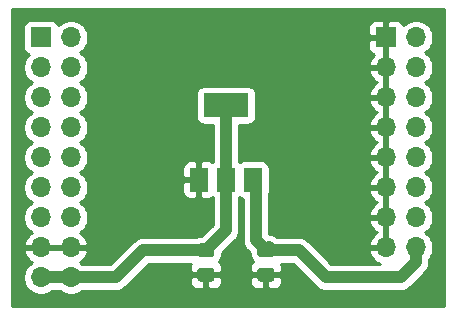
<source format=gtl>
G04 #@! TF.GenerationSoftware,KiCad,Pcbnew,(5.1.9-0-10_14)*
G04 #@! TF.CreationDate,2021-05-15T14:25:56+02:00*
G04 #@! TF.ProjectId,Aurora_DSP_I2S_Extender,4175726f-7261-45f4-9453-505f4932535f,1*
G04 #@! TF.SameCoordinates,Original*
G04 #@! TF.FileFunction,Copper,L1,Top*
G04 #@! TF.FilePolarity,Positive*
%FSLAX46Y46*%
G04 Gerber Fmt 4.6, Leading zero omitted, Abs format (unit mm)*
G04 Created by KiCad (PCBNEW (5.1.9-0-10_14)) date 2021-05-15 14:25:56*
%MOMM*%
%LPD*%
G01*
G04 APERTURE LIST*
G04 #@! TA.AperFunction,SMDPad,CuDef*
%ADD10R,1.500000X2.000000*%
G04 #@! TD*
G04 #@! TA.AperFunction,SMDPad,CuDef*
%ADD11R,3.800000X2.000000*%
G04 #@! TD*
G04 #@! TA.AperFunction,ComponentPad*
%ADD12R,1.700000X1.700000*%
G04 #@! TD*
G04 #@! TA.AperFunction,ComponentPad*
%ADD13O,1.700000X1.700000*%
G04 #@! TD*
G04 #@! TA.AperFunction,Conductor*
%ADD14C,1.000000*%
G04 #@! TD*
G04 #@! TA.AperFunction,Conductor*
%ADD15C,0.254000*%
G04 #@! TD*
G04 #@! TA.AperFunction,Conductor*
%ADD16C,0.152400*%
G04 #@! TD*
G04 APERTURE END LIST*
D10*
X-8215000Y8280000D03*
X-3615000Y8280000D03*
X-5915000Y8280000D03*
D11*
X-5915000Y14580000D03*
G04 #@! TA.AperFunction,SMDPad,CuDef*
G36*
G01*
X-2065000Y1720000D02*
X-3015000Y1720000D01*
G75*
G02*
X-3265000Y1970000I0J250000D01*
G01*
X-3265000Y2645000D01*
G75*
G02*
X-3015000Y2895000I250000J0D01*
G01*
X-2065000Y2895000D01*
G75*
G02*
X-1815000Y2645000I0J-250000D01*
G01*
X-1815000Y1970000D01*
G75*
G02*
X-2065000Y1720000I-250000J0D01*
G01*
G37*
G04 #@! TD.AperFunction*
G04 #@! TA.AperFunction,SMDPad,CuDef*
G36*
G01*
X-2065000Y-355000D02*
X-3015000Y-355000D01*
G75*
G02*
X-3265000Y-105000I0J250000D01*
G01*
X-3265000Y570000D01*
G75*
G02*
X-3015000Y820000I250000J0D01*
G01*
X-2065000Y820000D01*
G75*
G02*
X-1815000Y570000I0J-250000D01*
G01*
X-1815000Y-105000D01*
G75*
G02*
X-2065000Y-355000I-250000J0D01*
G01*
G37*
G04 #@! TD.AperFunction*
G04 #@! TA.AperFunction,SMDPad,CuDef*
G36*
G01*
X-7145000Y-355000D02*
X-8095000Y-355000D01*
G75*
G02*
X-8345000Y-105000I0J250000D01*
G01*
X-8345000Y570000D01*
G75*
G02*
X-8095000Y820000I250000J0D01*
G01*
X-7145000Y820000D01*
G75*
G02*
X-6895000Y570000I0J-250000D01*
G01*
X-6895000Y-105000D01*
G75*
G02*
X-7145000Y-355000I-250000J0D01*
G01*
G37*
G04 #@! TD.AperFunction*
G04 #@! TA.AperFunction,SMDPad,CuDef*
G36*
G01*
X-7145000Y1720000D02*
X-8095000Y1720000D01*
G75*
G02*
X-8345000Y1970000I0J250000D01*
G01*
X-8345000Y2645000D01*
G75*
G02*
X-8095000Y2895000I250000J0D01*
G01*
X-7145000Y2895000D01*
G75*
G02*
X-6895000Y2645000I0J-250000D01*
G01*
X-6895000Y1970000D01*
G75*
G02*
X-7145000Y1720000I-250000J0D01*
G01*
G37*
G04 #@! TD.AperFunction*
D12*
X7620000Y20320000D03*
D13*
X10160000Y20320000D03*
X7620000Y17780000D03*
X10160000Y17780000D03*
X7620000Y15240000D03*
X10160000Y15240000D03*
X7620000Y12700000D03*
X10160000Y12700000D03*
X7620000Y10160000D03*
X10160000Y10160000D03*
X7620000Y7620000D03*
X10160000Y7620000D03*
X7620000Y5080000D03*
X10160000Y5080000D03*
X7620000Y2540000D03*
X10160000Y2540000D03*
D12*
X-21590000Y20320000D03*
D13*
X-19050000Y20320000D03*
X-21590000Y17780000D03*
X-19050000Y17780000D03*
X-21590000Y15240000D03*
X-19050000Y15240000D03*
X-21590000Y12700000D03*
X-19050000Y12700000D03*
X-21590000Y10160000D03*
X-19050000Y10160000D03*
X-21590000Y7620000D03*
X-19050000Y7620000D03*
X-21590000Y5080000D03*
X-19050000Y5080000D03*
X-21590000Y2540000D03*
X-19050000Y2540000D03*
X-21590000Y0D03*
X-19050000Y0D03*
D14*
X-2307500Y2540000D02*
X-2540000Y2307500D01*
X-3375000Y3142500D02*
X-2540000Y2307500D01*
X-3375000Y8195000D02*
X-3375000Y3142500D01*
X10160000Y2540000D02*
X10160000Y1270000D01*
X10160000Y1270000D02*
X8890000Y0D01*
X8890000Y0D02*
X2540000Y0D01*
X232500Y2307500D02*
X-2540000Y2307500D01*
X2540000Y0D02*
X232500Y2307500D01*
X-5915000Y4012500D02*
X-7620000Y2307500D01*
X-5915000Y8195000D02*
X-5915000Y4012500D01*
X-7620000Y2307500D02*
X-12932500Y2307500D01*
X-12932500Y2307500D02*
X-15240000Y0D01*
X-15240000Y0D02*
X-19050000Y0D01*
X-19050000Y0D02*
X-21590000Y0D01*
X-5915000Y8280000D02*
X-5915000Y14580000D01*
D15*
X12573000Y-2413000D02*
X-24003000Y-2413000D01*
X-24003000Y146260D01*
X-23075000Y146260D01*
X-23075000Y-146260D01*
X-23017932Y-433158D01*
X-22905990Y-703411D01*
X-22743475Y-946632D01*
X-22536632Y-1153475D01*
X-22293411Y-1315990D01*
X-22023158Y-1427932D01*
X-21736260Y-1485000D01*
X-21443740Y-1485000D01*
X-21156842Y-1427932D01*
X-20886589Y-1315990D01*
X-20643368Y-1153475D01*
X-20624893Y-1135000D01*
X-20015107Y-1135000D01*
X-19996632Y-1153475D01*
X-19753411Y-1315990D01*
X-19483158Y-1427932D01*
X-19196260Y-1485000D01*
X-18903740Y-1485000D01*
X-18616842Y-1427932D01*
X-18346589Y-1315990D01*
X-18103368Y-1153475D01*
X-18084893Y-1135000D01*
X-15295751Y-1135000D01*
X-15240000Y-1140491D01*
X-15184249Y-1135000D01*
X-15184248Y-1135000D01*
X-15017501Y-1118577D01*
X-14803553Y-1053676D01*
X-14606377Y-948284D01*
X-14433551Y-806449D01*
X-14398004Y-763135D01*
X-13989869Y-355000D01*
X-8983072Y-355000D01*
X-8970812Y-479482D01*
X-8934502Y-599180D01*
X-8875537Y-709494D01*
X-8796185Y-806185D01*
X-8699494Y-885537D01*
X-8589180Y-944502D01*
X-8469482Y-980812D01*
X-8345000Y-993072D01*
X-7905750Y-990000D01*
X-7747000Y-831250D01*
X-7747000Y105500D01*
X-7493000Y105500D01*
X-7493000Y-831250D01*
X-7334250Y-990000D01*
X-6895000Y-993072D01*
X-6770518Y-980812D01*
X-6650820Y-944502D01*
X-6540506Y-885537D01*
X-6443815Y-806185D01*
X-6364463Y-709494D01*
X-6305498Y-599180D01*
X-6269188Y-479482D01*
X-6256928Y-355000D01*
X-3903072Y-355000D01*
X-3890812Y-479482D01*
X-3854502Y-599180D01*
X-3795537Y-709494D01*
X-3716185Y-806185D01*
X-3619494Y-885537D01*
X-3509180Y-944502D01*
X-3389482Y-980812D01*
X-3265000Y-993072D01*
X-2825750Y-990000D01*
X-2667000Y-831250D01*
X-2667000Y105500D01*
X-2413000Y105500D01*
X-2413000Y-831250D01*
X-2254250Y-990000D01*
X-1815000Y-993072D01*
X-1690518Y-980812D01*
X-1570820Y-944502D01*
X-1460506Y-885537D01*
X-1363815Y-806185D01*
X-1284463Y-709494D01*
X-1225498Y-599180D01*
X-1189188Y-479482D01*
X-1176928Y-355000D01*
X-1180000Y-53250D01*
X-1338750Y105500D01*
X-2413000Y105500D01*
X-2667000Y105500D01*
X-3741250Y105500D01*
X-3900000Y-53250D01*
X-3903072Y-355000D01*
X-6256928Y-355000D01*
X-6260000Y-53250D01*
X-6418750Y105500D01*
X-7493000Y105500D01*
X-7747000Y105500D01*
X-8821250Y105500D01*
X-8980000Y-53250D01*
X-8983072Y-355000D01*
X-13989869Y-355000D01*
X-12462368Y1172500D01*
X-8876603Y1172500D01*
X-8934502Y1064180D01*
X-8970812Y944482D01*
X-8983072Y820000D01*
X-8980000Y518250D01*
X-8821250Y359500D01*
X-7747000Y359500D01*
X-7747000Y379500D01*
X-7493000Y379500D01*
X-7493000Y359500D01*
X-6418750Y359500D01*
X-6260000Y518250D01*
X-6256928Y820000D01*
X-6269188Y944482D01*
X-6305498Y1064180D01*
X-6364463Y1174494D01*
X-6443815Y1271185D01*
X-6523594Y1336658D01*
X-6517038Y1342038D01*
X-6406595Y1476614D01*
X-6324528Y1630150D01*
X-6273992Y1796746D01*
X-6256928Y1970000D01*
X-6256928Y2065441D01*
X-5151860Y3170509D01*
X-5108551Y3206051D01*
X-4966716Y3378877D01*
X-4861324Y3576053D01*
X-4796423Y3790001D01*
X-4787149Y3884157D01*
X-4774509Y4012499D01*
X-4780000Y4068251D01*
X-4780000Y6774499D01*
X-4765000Y6786809D01*
X-4719494Y6749463D01*
X-4609180Y6690498D01*
X-4510000Y6660412D01*
X-4509999Y3198261D01*
X-4515491Y3142500D01*
X-4493577Y2920002D01*
X-4428676Y2706054D01*
X-4407801Y2667000D01*
X-4323283Y2508877D01*
X-4181448Y2336051D01*
X-4138140Y2300509D01*
X-3903072Y2065441D01*
X-3903072Y1970000D01*
X-3886008Y1796746D01*
X-3835472Y1630150D01*
X-3753405Y1476614D01*
X-3642962Y1342038D01*
X-3636406Y1336658D01*
X-3716185Y1271185D01*
X-3795537Y1174494D01*
X-3854502Y1064180D01*
X-3890812Y944482D01*
X-3903072Y820000D01*
X-3900000Y518250D01*
X-3741250Y359500D01*
X-2667000Y359500D01*
X-2667000Y379500D01*
X-2413000Y379500D01*
X-2413000Y359500D01*
X-1338750Y359500D01*
X-1180000Y518250D01*
X-1176928Y820000D01*
X-1189188Y944482D01*
X-1225498Y1064180D01*
X-1283397Y1172500D01*
X-237631Y1172500D01*
X1698009Y-763141D01*
X1733551Y-806449D01*
X1829920Y-885537D01*
X1906377Y-948284D01*
X2103553Y-1053676D01*
X2317501Y-1118577D01*
X2540000Y-1140491D01*
X2595752Y-1135000D01*
X8834249Y-1135000D01*
X8890000Y-1140491D01*
X8945751Y-1135000D01*
X8945752Y-1135000D01*
X9112499Y-1118577D01*
X9326447Y-1053676D01*
X9523623Y-948284D01*
X9696449Y-806449D01*
X9731996Y-763135D01*
X10923140Y428008D01*
X10966449Y463551D01*
X11108284Y636377D01*
X11213676Y833553D01*
X11278577Y1047501D01*
X11295000Y1214248D01*
X11295000Y1214255D01*
X11300490Y1269999D01*
X11295000Y1325743D01*
X11295000Y1574893D01*
X11313475Y1593368D01*
X11475990Y1836589D01*
X11587932Y2106842D01*
X11645000Y2393740D01*
X11645000Y2686260D01*
X11587932Y2973158D01*
X11475990Y3243411D01*
X11313475Y3486632D01*
X11106632Y3693475D01*
X10932240Y3810000D01*
X11106632Y3926525D01*
X11313475Y4133368D01*
X11475990Y4376589D01*
X11587932Y4646842D01*
X11645000Y4933740D01*
X11645000Y5226260D01*
X11587932Y5513158D01*
X11475990Y5783411D01*
X11313475Y6026632D01*
X11106632Y6233475D01*
X10932240Y6350000D01*
X11106632Y6466525D01*
X11313475Y6673368D01*
X11475990Y6916589D01*
X11587932Y7186842D01*
X11645000Y7473740D01*
X11645000Y7766260D01*
X11587932Y8053158D01*
X11475990Y8323411D01*
X11313475Y8566632D01*
X11106632Y8773475D01*
X10932240Y8890000D01*
X11106632Y9006525D01*
X11313475Y9213368D01*
X11475990Y9456589D01*
X11587932Y9726842D01*
X11645000Y10013740D01*
X11645000Y10306260D01*
X11587932Y10593158D01*
X11475990Y10863411D01*
X11313475Y11106632D01*
X11106632Y11313475D01*
X10932240Y11430000D01*
X11106632Y11546525D01*
X11313475Y11753368D01*
X11475990Y11996589D01*
X11587932Y12266842D01*
X11645000Y12553740D01*
X11645000Y12846260D01*
X11587932Y13133158D01*
X11475990Y13403411D01*
X11313475Y13646632D01*
X11106632Y13853475D01*
X10932240Y13970000D01*
X11106632Y14086525D01*
X11313475Y14293368D01*
X11475990Y14536589D01*
X11587932Y14806842D01*
X11645000Y15093740D01*
X11645000Y15386260D01*
X11587932Y15673158D01*
X11475990Y15943411D01*
X11313475Y16186632D01*
X11106632Y16393475D01*
X10932240Y16510000D01*
X11106632Y16626525D01*
X11313475Y16833368D01*
X11475990Y17076589D01*
X11587932Y17346842D01*
X11645000Y17633740D01*
X11645000Y17926260D01*
X11587932Y18213158D01*
X11475990Y18483411D01*
X11313475Y18726632D01*
X11106632Y18933475D01*
X10932240Y19050000D01*
X11106632Y19166525D01*
X11313475Y19373368D01*
X11475990Y19616589D01*
X11587932Y19886842D01*
X11645000Y20173740D01*
X11645000Y20466260D01*
X11587932Y20753158D01*
X11475990Y21023411D01*
X11313475Y21266632D01*
X11106632Y21473475D01*
X10863411Y21635990D01*
X10593158Y21747932D01*
X10306260Y21805000D01*
X10013740Y21805000D01*
X9726842Y21747932D01*
X9456589Y21635990D01*
X9213368Y21473475D01*
X9081513Y21341620D01*
X9059502Y21414180D01*
X9000537Y21524494D01*
X8921185Y21621185D01*
X8824494Y21700537D01*
X8714180Y21759502D01*
X8594482Y21795812D01*
X8470000Y21808072D01*
X7905750Y21805000D01*
X7747000Y21646250D01*
X7747000Y20447000D01*
X7767000Y20447000D01*
X7767000Y20193000D01*
X7747000Y20193000D01*
X7747000Y17907000D01*
X7767000Y17907000D01*
X7767000Y17653000D01*
X7747000Y17653000D01*
X7747000Y15367000D01*
X7767000Y15367000D01*
X7767000Y15113000D01*
X7747000Y15113000D01*
X7747000Y12827000D01*
X7767000Y12827000D01*
X7767000Y12573000D01*
X7747000Y12573000D01*
X7747000Y10287000D01*
X7767000Y10287000D01*
X7767000Y10033000D01*
X7747000Y10033000D01*
X7747000Y7747000D01*
X7767000Y7747000D01*
X7767000Y7493000D01*
X7747000Y7493000D01*
X7747000Y5207000D01*
X7767000Y5207000D01*
X7767000Y4953000D01*
X7747000Y4953000D01*
X7747000Y2667000D01*
X7767000Y2667000D01*
X7767000Y2413000D01*
X7747000Y2413000D01*
X7747000Y2393000D01*
X7493000Y2393000D01*
X7493000Y2413000D01*
X6299845Y2413000D01*
X6178524Y2183110D01*
X6223175Y2035901D01*
X6348359Y1773080D01*
X6522412Y1539731D01*
X6738645Y1344822D01*
X6988748Y1195843D01*
X7160267Y1135000D01*
X3010132Y1135000D01*
X1074496Y3070635D01*
X1038949Y3113949D01*
X866123Y3255784D01*
X668947Y3361176D01*
X454999Y3426077D01*
X288252Y3442500D01*
X288251Y3442500D01*
X232500Y3447991D01*
X176749Y3442500D01*
X-1618089Y3442500D01*
X-1673877Y3488284D01*
X-1871053Y3593676D01*
X-2085001Y3658577D01*
X-2240000Y3673843D01*
X-2240000Y4723110D01*
X6178524Y4723110D01*
X6223175Y4575901D01*
X6348359Y4313080D01*
X6522412Y4079731D01*
X6738645Y3884822D01*
X6864255Y3810000D01*
X6738645Y3735178D01*
X6522412Y3540269D01*
X6348359Y3306920D01*
X6223175Y3044099D01*
X6178524Y2896890D01*
X6299845Y2667000D01*
X7493000Y2667000D01*
X7493000Y4953000D01*
X6299845Y4953000D01*
X6178524Y4723110D01*
X-2240000Y4723110D01*
X-2240000Y7152841D01*
X-2239188Y7155518D01*
X-2228592Y7263110D01*
X6178524Y7263110D01*
X6223175Y7115901D01*
X6348359Y6853080D01*
X6522412Y6619731D01*
X6738645Y6424822D01*
X6864255Y6350000D01*
X6738645Y6275178D01*
X6522412Y6080269D01*
X6348359Y5846920D01*
X6223175Y5584099D01*
X6178524Y5436890D01*
X6299845Y5207000D01*
X7493000Y5207000D01*
X7493000Y7493000D01*
X6299845Y7493000D01*
X6178524Y7263110D01*
X-2228592Y7263110D01*
X-2226928Y7280000D01*
X-2226928Y9280000D01*
X-2239188Y9404482D01*
X-2275498Y9524180D01*
X-2334463Y9634494D01*
X-2413815Y9731185D01*
X-2501456Y9803110D01*
X6178524Y9803110D01*
X6223175Y9655901D01*
X6348359Y9393080D01*
X6522412Y9159731D01*
X6738645Y8964822D01*
X6864255Y8890000D01*
X6738645Y8815178D01*
X6522412Y8620269D01*
X6348359Y8386920D01*
X6223175Y8124099D01*
X6178524Y7976890D01*
X6299845Y7747000D01*
X7493000Y7747000D01*
X7493000Y10033000D01*
X6299845Y10033000D01*
X6178524Y9803110D01*
X-2501456Y9803110D01*
X-2510506Y9810537D01*
X-2620820Y9869502D01*
X-2740518Y9905812D01*
X-2865000Y9918072D01*
X-4365000Y9918072D01*
X-4489482Y9905812D01*
X-4609180Y9869502D01*
X-4719494Y9810537D01*
X-4765000Y9773191D01*
X-4780000Y9785501D01*
X-4780000Y12343110D01*
X6178524Y12343110D01*
X6223175Y12195901D01*
X6348359Y11933080D01*
X6522412Y11699731D01*
X6738645Y11504822D01*
X6864255Y11430000D01*
X6738645Y11355178D01*
X6522412Y11160269D01*
X6348359Y10926920D01*
X6223175Y10664099D01*
X6178524Y10516890D01*
X6299845Y10287000D01*
X7493000Y10287000D01*
X7493000Y12573000D01*
X6299845Y12573000D01*
X6178524Y12343110D01*
X-4780000Y12343110D01*
X-4780000Y12941928D01*
X-4015000Y12941928D01*
X-3890518Y12954188D01*
X-3770820Y12990498D01*
X-3660506Y13049463D01*
X-3563815Y13128815D01*
X-3484463Y13225506D01*
X-3425498Y13335820D01*
X-3389188Y13455518D01*
X-3376928Y13580000D01*
X-3376928Y14883110D01*
X6178524Y14883110D01*
X6223175Y14735901D01*
X6348359Y14473080D01*
X6522412Y14239731D01*
X6738645Y14044822D01*
X6864255Y13970000D01*
X6738645Y13895178D01*
X6522412Y13700269D01*
X6348359Y13466920D01*
X6223175Y13204099D01*
X6178524Y13056890D01*
X6299845Y12827000D01*
X7493000Y12827000D01*
X7493000Y15113000D01*
X6299845Y15113000D01*
X6178524Y14883110D01*
X-3376928Y14883110D01*
X-3376928Y15580000D01*
X-3389188Y15704482D01*
X-3425498Y15824180D01*
X-3484463Y15934494D01*
X-3563815Y16031185D01*
X-3660506Y16110537D01*
X-3770820Y16169502D01*
X-3890518Y16205812D01*
X-4015000Y16218072D01*
X-7815000Y16218072D01*
X-7939482Y16205812D01*
X-8059180Y16169502D01*
X-8169494Y16110537D01*
X-8266185Y16031185D01*
X-8345537Y15934494D01*
X-8404502Y15824180D01*
X-8440812Y15704482D01*
X-8453072Y15580000D01*
X-8453072Y13580000D01*
X-8440812Y13455518D01*
X-8404502Y13335820D01*
X-8345537Y13225506D01*
X-8266185Y13128815D01*
X-8169494Y13049463D01*
X-8059180Y12990498D01*
X-7939482Y12954188D01*
X-7815000Y12941928D01*
X-7049999Y12941928D01*
X-7050000Y9785502D01*
X-7065000Y9773191D01*
X-7110506Y9810537D01*
X-7220820Y9869502D01*
X-7340518Y9905812D01*
X-7465000Y9918072D01*
X-7929250Y9915000D01*
X-8088000Y9756250D01*
X-8088000Y8407000D01*
X-8068000Y8407000D01*
X-8068000Y8153000D01*
X-8088000Y8153000D01*
X-8088000Y6803750D01*
X-7929250Y6645000D01*
X-7465000Y6641928D01*
X-7340518Y6654188D01*
X-7220820Y6690498D01*
X-7110506Y6749463D01*
X-7065000Y6786809D01*
X-7050000Y6774498D01*
X-7049999Y4482633D01*
X-7999559Y3533072D01*
X-8095000Y3533072D01*
X-8268254Y3516008D01*
X-8434850Y3465472D01*
X-8477827Y3442500D01*
X-12876748Y3442500D01*
X-12932500Y3447991D01*
X-12988252Y3442500D01*
X-13154999Y3426077D01*
X-13368947Y3361176D01*
X-13566123Y3255784D01*
X-13738949Y3113949D01*
X-13774489Y3070643D01*
X-15710131Y1135000D01*
X-18084893Y1135000D01*
X-18103368Y1153475D01*
X-18285534Y1275195D01*
X-18168645Y1344822D01*
X-17952412Y1539731D01*
X-17778359Y1773080D01*
X-17653175Y2035901D01*
X-17608524Y2183110D01*
X-17729845Y2413000D01*
X-18923000Y2413000D01*
X-18923000Y2393000D01*
X-19177000Y2393000D01*
X-19177000Y2413000D01*
X-21463000Y2413000D01*
X-21463000Y2393000D01*
X-21717000Y2393000D01*
X-21717000Y2413000D01*
X-22910155Y2413000D01*
X-23031476Y2183110D01*
X-22986825Y2035901D01*
X-22861641Y1773080D01*
X-22687588Y1539731D01*
X-22471355Y1344822D01*
X-22354466Y1275195D01*
X-22536632Y1153475D01*
X-22743475Y946632D01*
X-22905990Y703411D01*
X-23017932Y433158D01*
X-23075000Y146260D01*
X-24003000Y146260D01*
X-24003000Y21170000D01*
X-23078072Y21170000D01*
X-23078072Y19470000D01*
X-23065812Y19345518D01*
X-23029502Y19225820D01*
X-22970537Y19115506D01*
X-22891185Y19018815D01*
X-22794494Y18939463D01*
X-22684180Y18880498D01*
X-22611620Y18858487D01*
X-22743475Y18726632D01*
X-22905990Y18483411D01*
X-23017932Y18213158D01*
X-23075000Y17926260D01*
X-23075000Y17633740D01*
X-23017932Y17346842D01*
X-22905990Y17076589D01*
X-22743475Y16833368D01*
X-22536632Y16626525D01*
X-22362240Y16510000D01*
X-22536632Y16393475D01*
X-22743475Y16186632D01*
X-22905990Y15943411D01*
X-23017932Y15673158D01*
X-23075000Y15386260D01*
X-23075000Y15093740D01*
X-23017932Y14806842D01*
X-22905990Y14536589D01*
X-22743475Y14293368D01*
X-22536632Y14086525D01*
X-22362240Y13970000D01*
X-22536632Y13853475D01*
X-22743475Y13646632D01*
X-22905990Y13403411D01*
X-23017932Y13133158D01*
X-23075000Y12846260D01*
X-23075000Y12553740D01*
X-23017932Y12266842D01*
X-22905990Y11996589D01*
X-22743475Y11753368D01*
X-22536632Y11546525D01*
X-22362240Y11430000D01*
X-22536632Y11313475D01*
X-22743475Y11106632D01*
X-22905990Y10863411D01*
X-23017932Y10593158D01*
X-23075000Y10306260D01*
X-23075000Y10013740D01*
X-23017932Y9726842D01*
X-22905990Y9456589D01*
X-22743475Y9213368D01*
X-22536632Y9006525D01*
X-22362240Y8890000D01*
X-22536632Y8773475D01*
X-22743475Y8566632D01*
X-22905990Y8323411D01*
X-23017932Y8053158D01*
X-23075000Y7766260D01*
X-23075000Y7473740D01*
X-23017932Y7186842D01*
X-22905990Y6916589D01*
X-22743475Y6673368D01*
X-22536632Y6466525D01*
X-22362240Y6350000D01*
X-22536632Y6233475D01*
X-22743475Y6026632D01*
X-22905990Y5783411D01*
X-23017932Y5513158D01*
X-23075000Y5226260D01*
X-23075000Y4933740D01*
X-23017932Y4646842D01*
X-22905990Y4376589D01*
X-22743475Y4133368D01*
X-22536632Y3926525D01*
X-22354466Y3804805D01*
X-22471355Y3735178D01*
X-22687588Y3540269D01*
X-22861641Y3306920D01*
X-22986825Y3044099D01*
X-23031476Y2896890D01*
X-22910155Y2667000D01*
X-21717000Y2667000D01*
X-21717000Y2687000D01*
X-21463000Y2687000D01*
X-21463000Y2667000D01*
X-19177000Y2667000D01*
X-19177000Y2687000D01*
X-18923000Y2687000D01*
X-18923000Y2667000D01*
X-17729845Y2667000D01*
X-17608524Y2896890D01*
X-17653175Y3044099D01*
X-17778359Y3306920D01*
X-17952412Y3540269D01*
X-18168645Y3735178D01*
X-18285534Y3804805D01*
X-18103368Y3926525D01*
X-17896525Y4133368D01*
X-17734010Y4376589D01*
X-17622068Y4646842D01*
X-17565000Y4933740D01*
X-17565000Y5226260D01*
X-17622068Y5513158D01*
X-17734010Y5783411D01*
X-17896525Y6026632D01*
X-18103368Y6233475D01*
X-18277760Y6350000D01*
X-18103368Y6466525D01*
X-17896525Y6673368D01*
X-17734010Y6916589D01*
X-17622068Y7186842D01*
X-17603538Y7280000D01*
X-9603072Y7280000D01*
X-9590812Y7155518D01*
X-9554502Y7035820D01*
X-9495537Y6925506D01*
X-9416185Y6828815D01*
X-9319494Y6749463D01*
X-9209180Y6690498D01*
X-9089482Y6654188D01*
X-8965000Y6641928D01*
X-8500750Y6645000D01*
X-8342000Y6803750D01*
X-8342000Y8153000D01*
X-9441250Y8153000D01*
X-9600000Y7994250D01*
X-9603072Y7280000D01*
X-17603538Y7280000D01*
X-17565000Y7473740D01*
X-17565000Y7766260D01*
X-17622068Y8053158D01*
X-17734010Y8323411D01*
X-17896525Y8566632D01*
X-18103368Y8773475D01*
X-18277760Y8890000D01*
X-18103368Y9006525D01*
X-17896525Y9213368D01*
X-17852003Y9280000D01*
X-9603072Y9280000D01*
X-9600000Y8565750D01*
X-9441250Y8407000D01*
X-8342000Y8407000D01*
X-8342000Y9756250D01*
X-8500750Y9915000D01*
X-8965000Y9918072D01*
X-9089482Y9905812D01*
X-9209180Y9869502D01*
X-9319494Y9810537D01*
X-9416185Y9731185D01*
X-9495537Y9634494D01*
X-9554502Y9524180D01*
X-9590812Y9404482D01*
X-9603072Y9280000D01*
X-17852003Y9280000D01*
X-17734010Y9456589D01*
X-17622068Y9726842D01*
X-17565000Y10013740D01*
X-17565000Y10306260D01*
X-17622068Y10593158D01*
X-17734010Y10863411D01*
X-17896525Y11106632D01*
X-18103368Y11313475D01*
X-18277760Y11430000D01*
X-18103368Y11546525D01*
X-17896525Y11753368D01*
X-17734010Y11996589D01*
X-17622068Y12266842D01*
X-17565000Y12553740D01*
X-17565000Y12846260D01*
X-17622068Y13133158D01*
X-17734010Y13403411D01*
X-17896525Y13646632D01*
X-18103368Y13853475D01*
X-18277760Y13970000D01*
X-18103368Y14086525D01*
X-17896525Y14293368D01*
X-17734010Y14536589D01*
X-17622068Y14806842D01*
X-17565000Y15093740D01*
X-17565000Y15386260D01*
X-17622068Y15673158D01*
X-17734010Y15943411D01*
X-17896525Y16186632D01*
X-18103368Y16393475D01*
X-18277760Y16510000D01*
X-18103368Y16626525D01*
X-17896525Y16833368D01*
X-17734010Y17076589D01*
X-17622068Y17346842D01*
X-17606898Y17423110D01*
X6178524Y17423110D01*
X6223175Y17275901D01*
X6348359Y17013080D01*
X6522412Y16779731D01*
X6738645Y16584822D01*
X6864255Y16510000D01*
X6738645Y16435178D01*
X6522412Y16240269D01*
X6348359Y16006920D01*
X6223175Y15744099D01*
X6178524Y15596890D01*
X6299845Y15367000D01*
X7493000Y15367000D01*
X7493000Y17653000D01*
X6299845Y17653000D01*
X6178524Y17423110D01*
X-17606898Y17423110D01*
X-17565000Y17633740D01*
X-17565000Y17926260D01*
X-17622068Y18213158D01*
X-17734010Y18483411D01*
X-17896525Y18726632D01*
X-18103368Y18933475D01*
X-18277760Y19050000D01*
X-18103368Y19166525D01*
X-17896525Y19373368D01*
X-17831958Y19470000D01*
X6131928Y19470000D01*
X6144188Y19345518D01*
X6180498Y19225820D01*
X6239463Y19115506D01*
X6318815Y19018815D01*
X6415506Y18939463D01*
X6525820Y18880498D01*
X6606466Y18856034D01*
X6522412Y18780269D01*
X6348359Y18546920D01*
X6223175Y18284099D01*
X6178524Y18136890D01*
X6299845Y17907000D01*
X7493000Y17907000D01*
X7493000Y20193000D01*
X6293750Y20193000D01*
X6135000Y20034250D01*
X6131928Y19470000D01*
X-17831958Y19470000D01*
X-17734010Y19616589D01*
X-17622068Y19886842D01*
X-17565000Y20173740D01*
X-17565000Y20466260D01*
X-17622068Y20753158D01*
X-17734010Y21023411D01*
X-17831957Y21170000D01*
X6131928Y21170000D01*
X6135000Y20605750D01*
X6293750Y20447000D01*
X7493000Y20447000D01*
X7493000Y21646250D01*
X7334250Y21805000D01*
X6770000Y21808072D01*
X6645518Y21795812D01*
X6525820Y21759502D01*
X6415506Y21700537D01*
X6318815Y21621185D01*
X6239463Y21524494D01*
X6180498Y21414180D01*
X6144188Y21294482D01*
X6131928Y21170000D01*
X-17831957Y21170000D01*
X-17896525Y21266632D01*
X-18103368Y21473475D01*
X-18346589Y21635990D01*
X-18616842Y21747932D01*
X-18903740Y21805000D01*
X-19196260Y21805000D01*
X-19483158Y21747932D01*
X-19753411Y21635990D01*
X-19996632Y21473475D01*
X-20128487Y21341620D01*
X-20150498Y21414180D01*
X-20209463Y21524494D01*
X-20288815Y21621185D01*
X-20385506Y21700537D01*
X-20495820Y21759502D01*
X-20615518Y21795812D01*
X-20740000Y21808072D01*
X-22440000Y21808072D01*
X-22564482Y21795812D01*
X-22684180Y21759502D01*
X-22794494Y21700537D01*
X-22891185Y21621185D01*
X-22970537Y21524494D01*
X-23029502Y21414180D01*
X-23065812Y21294482D01*
X-23078072Y21170000D01*
X-24003000Y21170000D01*
X-24003000Y22733000D01*
X12573000Y22733000D01*
X12573000Y-2413000D01*
G04 #@! TA.AperFunction,Conductor*
D16*
G36*
X12573000Y-2413000D02*
G01*
X-24003000Y-2413000D01*
X-24003000Y146260D01*
X-23075000Y146260D01*
X-23075000Y-146260D01*
X-23017932Y-433158D01*
X-22905990Y-703411D01*
X-22743475Y-946632D01*
X-22536632Y-1153475D01*
X-22293411Y-1315990D01*
X-22023158Y-1427932D01*
X-21736260Y-1485000D01*
X-21443740Y-1485000D01*
X-21156842Y-1427932D01*
X-20886589Y-1315990D01*
X-20643368Y-1153475D01*
X-20624893Y-1135000D01*
X-20015107Y-1135000D01*
X-19996632Y-1153475D01*
X-19753411Y-1315990D01*
X-19483158Y-1427932D01*
X-19196260Y-1485000D01*
X-18903740Y-1485000D01*
X-18616842Y-1427932D01*
X-18346589Y-1315990D01*
X-18103368Y-1153475D01*
X-18084893Y-1135000D01*
X-15295751Y-1135000D01*
X-15240000Y-1140491D01*
X-15184249Y-1135000D01*
X-15184248Y-1135000D01*
X-15017501Y-1118577D01*
X-14803553Y-1053676D01*
X-14606377Y-948284D01*
X-14433551Y-806449D01*
X-14398004Y-763135D01*
X-13989869Y-355000D01*
X-8983072Y-355000D01*
X-8970812Y-479482D01*
X-8934502Y-599180D01*
X-8875537Y-709494D01*
X-8796185Y-806185D01*
X-8699494Y-885537D01*
X-8589180Y-944502D01*
X-8469482Y-980812D01*
X-8345000Y-993072D01*
X-7905750Y-990000D01*
X-7747000Y-831250D01*
X-7747000Y105500D01*
X-7493000Y105500D01*
X-7493000Y-831250D01*
X-7334250Y-990000D01*
X-6895000Y-993072D01*
X-6770518Y-980812D01*
X-6650820Y-944502D01*
X-6540506Y-885537D01*
X-6443815Y-806185D01*
X-6364463Y-709494D01*
X-6305498Y-599180D01*
X-6269188Y-479482D01*
X-6256928Y-355000D01*
X-3903072Y-355000D01*
X-3890812Y-479482D01*
X-3854502Y-599180D01*
X-3795537Y-709494D01*
X-3716185Y-806185D01*
X-3619494Y-885537D01*
X-3509180Y-944502D01*
X-3389482Y-980812D01*
X-3265000Y-993072D01*
X-2825750Y-990000D01*
X-2667000Y-831250D01*
X-2667000Y105500D01*
X-2413000Y105500D01*
X-2413000Y-831250D01*
X-2254250Y-990000D01*
X-1815000Y-993072D01*
X-1690518Y-980812D01*
X-1570820Y-944502D01*
X-1460506Y-885537D01*
X-1363815Y-806185D01*
X-1284463Y-709494D01*
X-1225498Y-599180D01*
X-1189188Y-479482D01*
X-1176928Y-355000D01*
X-1180000Y-53250D01*
X-1338750Y105500D01*
X-2413000Y105500D01*
X-2667000Y105500D01*
X-3741250Y105500D01*
X-3900000Y-53250D01*
X-3903072Y-355000D01*
X-6256928Y-355000D01*
X-6260000Y-53250D01*
X-6418750Y105500D01*
X-7493000Y105500D01*
X-7747000Y105500D01*
X-8821250Y105500D01*
X-8980000Y-53250D01*
X-8983072Y-355000D01*
X-13989869Y-355000D01*
X-12462368Y1172500D01*
X-8876603Y1172500D01*
X-8934502Y1064180D01*
X-8970812Y944482D01*
X-8983072Y820000D01*
X-8980000Y518250D01*
X-8821250Y359500D01*
X-7747000Y359500D01*
X-7747000Y379500D01*
X-7493000Y379500D01*
X-7493000Y359500D01*
X-6418750Y359500D01*
X-6260000Y518250D01*
X-6256928Y820000D01*
X-6269188Y944482D01*
X-6305498Y1064180D01*
X-6364463Y1174494D01*
X-6443815Y1271185D01*
X-6523594Y1336658D01*
X-6517038Y1342038D01*
X-6406595Y1476614D01*
X-6324528Y1630150D01*
X-6273992Y1796746D01*
X-6256928Y1970000D01*
X-6256928Y2065441D01*
X-5151860Y3170509D01*
X-5108551Y3206051D01*
X-4966716Y3378877D01*
X-4861324Y3576053D01*
X-4796423Y3790001D01*
X-4787149Y3884157D01*
X-4774509Y4012499D01*
X-4780000Y4068251D01*
X-4780000Y6774499D01*
X-4765000Y6786809D01*
X-4719494Y6749463D01*
X-4609180Y6690498D01*
X-4510000Y6660412D01*
X-4509999Y3198261D01*
X-4515491Y3142500D01*
X-4493577Y2920002D01*
X-4428676Y2706054D01*
X-4407801Y2667000D01*
X-4323283Y2508877D01*
X-4181448Y2336051D01*
X-4138140Y2300509D01*
X-3903072Y2065441D01*
X-3903072Y1970000D01*
X-3886008Y1796746D01*
X-3835472Y1630150D01*
X-3753405Y1476614D01*
X-3642962Y1342038D01*
X-3636406Y1336658D01*
X-3716185Y1271185D01*
X-3795537Y1174494D01*
X-3854502Y1064180D01*
X-3890812Y944482D01*
X-3903072Y820000D01*
X-3900000Y518250D01*
X-3741250Y359500D01*
X-2667000Y359500D01*
X-2667000Y379500D01*
X-2413000Y379500D01*
X-2413000Y359500D01*
X-1338750Y359500D01*
X-1180000Y518250D01*
X-1176928Y820000D01*
X-1189188Y944482D01*
X-1225498Y1064180D01*
X-1283397Y1172500D01*
X-237631Y1172500D01*
X1698009Y-763141D01*
X1733551Y-806449D01*
X1829920Y-885537D01*
X1906377Y-948284D01*
X2103553Y-1053676D01*
X2317501Y-1118577D01*
X2540000Y-1140491D01*
X2595752Y-1135000D01*
X8834249Y-1135000D01*
X8890000Y-1140491D01*
X8945751Y-1135000D01*
X8945752Y-1135000D01*
X9112499Y-1118577D01*
X9326447Y-1053676D01*
X9523623Y-948284D01*
X9696449Y-806449D01*
X9731996Y-763135D01*
X10923140Y428008D01*
X10966449Y463551D01*
X11108284Y636377D01*
X11213676Y833553D01*
X11278577Y1047501D01*
X11295000Y1214248D01*
X11295000Y1214255D01*
X11300490Y1269999D01*
X11295000Y1325743D01*
X11295000Y1574893D01*
X11313475Y1593368D01*
X11475990Y1836589D01*
X11587932Y2106842D01*
X11645000Y2393740D01*
X11645000Y2686260D01*
X11587932Y2973158D01*
X11475990Y3243411D01*
X11313475Y3486632D01*
X11106632Y3693475D01*
X10932240Y3810000D01*
X11106632Y3926525D01*
X11313475Y4133368D01*
X11475990Y4376589D01*
X11587932Y4646842D01*
X11645000Y4933740D01*
X11645000Y5226260D01*
X11587932Y5513158D01*
X11475990Y5783411D01*
X11313475Y6026632D01*
X11106632Y6233475D01*
X10932240Y6350000D01*
X11106632Y6466525D01*
X11313475Y6673368D01*
X11475990Y6916589D01*
X11587932Y7186842D01*
X11645000Y7473740D01*
X11645000Y7766260D01*
X11587932Y8053158D01*
X11475990Y8323411D01*
X11313475Y8566632D01*
X11106632Y8773475D01*
X10932240Y8890000D01*
X11106632Y9006525D01*
X11313475Y9213368D01*
X11475990Y9456589D01*
X11587932Y9726842D01*
X11645000Y10013740D01*
X11645000Y10306260D01*
X11587932Y10593158D01*
X11475990Y10863411D01*
X11313475Y11106632D01*
X11106632Y11313475D01*
X10932240Y11430000D01*
X11106632Y11546525D01*
X11313475Y11753368D01*
X11475990Y11996589D01*
X11587932Y12266842D01*
X11645000Y12553740D01*
X11645000Y12846260D01*
X11587932Y13133158D01*
X11475990Y13403411D01*
X11313475Y13646632D01*
X11106632Y13853475D01*
X10932240Y13970000D01*
X11106632Y14086525D01*
X11313475Y14293368D01*
X11475990Y14536589D01*
X11587932Y14806842D01*
X11645000Y15093740D01*
X11645000Y15386260D01*
X11587932Y15673158D01*
X11475990Y15943411D01*
X11313475Y16186632D01*
X11106632Y16393475D01*
X10932240Y16510000D01*
X11106632Y16626525D01*
X11313475Y16833368D01*
X11475990Y17076589D01*
X11587932Y17346842D01*
X11645000Y17633740D01*
X11645000Y17926260D01*
X11587932Y18213158D01*
X11475990Y18483411D01*
X11313475Y18726632D01*
X11106632Y18933475D01*
X10932240Y19050000D01*
X11106632Y19166525D01*
X11313475Y19373368D01*
X11475990Y19616589D01*
X11587932Y19886842D01*
X11645000Y20173740D01*
X11645000Y20466260D01*
X11587932Y20753158D01*
X11475990Y21023411D01*
X11313475Y21266632D01*
X11106632Y21473475D01*
X10863411Y21635990D01*
X10593158Y21747932D01*
X10306260Y21805000D01*
X10013740Y21805000D01*
X9726842Y21747932D01*
X9456589Y21635990D01*
X9213368Y21473475D01*
X9081513Y21341620D01*
X9059502Y21414180D01*
X9000537Y21524494D01*
X8921185Y21621185D01*
X8824494Y21700537D01*
X8714180Y21759502D01*
X8594482Y21795812D01*
X8470000Y21808072D01*
X7905750Y21805000D01*
X7747000Y21646250D01*
X7747000Y20447000D01*
X7767000Y20447000D01*
X7767000Y20193000D01*
X7747000Y20193000D01*
X7747000Y17907000D01*
X7767000Y17907000D01*
X7767000Y17653000D01*
X7747000Y17653000D01*
X7747000Y15367000D01*
X7767000Y15367000D01*
X7767000Y15113000D01*
X7747000Y15113000D01*
X7747000Y12827000D01*
X7767000Y12827000D01*
X7767000Y12573000D01*
X7747000Y12573000D01*
X7747000Y10287000D01*
X7767000Y10287000D01*
X7767000Y10033000D01*
X7747000Y10033000D01*
X7747000Y7747000D01*
X7767000Y7747000D01*
X7767000Y7493000D01*
X7747000Y7493000D01*
X7747000Y5207000D01*
X7767000Y5207000D01*
X7767000Y4953000D01*
X7747000Y4953000D01*
X7747000Y2667000D01*
X7767000Y2667000D01*
X7767000Y2413000D01*
X7747000Y2413000D01*
X7747000Y2393000D01*
X7493000Y2393000D01*
X7493000Y2413000D01*
X6299845Y2413000D01*
X6178524Y2183110D01*
X6223175Y2035901D01*
X6348359Y1773080D01*
X6522412Y1539731D01*
X6738645Y1344822D01*
X6988748Y1195843D01*
X7160267Y1135000D01*
X3010132Y1135000D01*
X1074496Y3070635D01*
X1038949Y3113949D01*
X866123Y3255784D01*
X668947Y3361176D01*
X454999Y3426077D01*
X288252Y3442500D01*
X288251Y3442500D01*
X232500Y3447991D01*
X176749Y3442500D01*
X-1618089Y3442500D01*
X-1673877Y3488284D01*
X-1871053Y3593676D01*
X-2085001Y3658577D01*
X-2240000Y3673843D01*
X-2240000Y4723110D01*
X6178524Y4723110D01*
X6223175Y4575901D01*
X6348359Y4313080D01*
X6522412Y4079731D01*
X6738645Y3884822D01*
X6864255Y3810000D01*
X6738645Y3735178D01*
X6522412Y3540269D01*
X6348359Y3306920D01*
X6223175Y3044099D01*
X6178524Y2896890D01*
X6299845Y2667000D01*
X7493000Y2667000D01*
X7493000Y4953000D01*
X6299845Y4953000D01*
X6178524Y4723110D01*
X-2240000Y4723110D01*
X-2240000Y7152841D01*
X-2239188Y7155518D01*
X-2228592Y7263110D01*
X6178524Y7263110D01*
X6223175Y7115901D01*
X6348359Y6853080D01*
X6522412Y6619731D01*
X6738645Y6424822D01*
X6864255Y6350000D01*
X6738645Y6275178D01*
X6522412Y6080269D01*
X6348359Y5846920D01*
X6223175Y5584099D01*
X6178524Y5436890D01*
X6299845Y5207000D01*
X7493000Y5207000D01*
X7493000Y7493000D01*
X6299845Y7493000D01*
X6178524Y7263110D01*
X-2228592Y7263110D01*
X-2226928Y7280000D01*
X-2226928Y9280000D01*
X-2239188Y9404482D01*
X-2275498Y9524180D01*
X-2334463Y9634494D01*
X-2413815Y9731185D01*
X-2501456Y9803110D01*
X6178524Y9803110D01*
X6223175Y9655901D01*
X6348359Y9393080D01*
X6522412Y9159731D01*
X6738645Y8964822D01*
X6864255Y8890000D01*
X6738645Y8815178D01*
X6522412Y8620269D01*
X6348359Y8386920D01*
X6223175Y8124099D01*
X6178524Y7976890D01*
X6299845Y7747000D01*
X7493000Y7747000D01*
X7493000Y10033000D01*
X6299845Y10033000D01*
X6178524Y9803110D01*
X-2501456Y9803110D01*
X-2510506Y9810537D01*
X-2620820Y9869502D01*
X-2740518Y9905812D01*
X-2865000Y9918072D01*
X-4365000Y9918072D01*
X-4489482Y9905812D01*
X-4609180Y9869502D01*
X-4719494Y9810537D01*
X-4765000Y9773191D01*
X-4780000Y9785501D01*
X-4780000Y12343110D01*
X6178524Y12343110D01*
X6223175Y12195901D01*
X6348359Y11933080D01*
X6522412Y11699731D01*
X6738645Y11504822D01*
X6864255Y11430000D01*
X6738645Y11355178D01*
X6522412Y11160269D01*
X6348359Y10926920D01*
X6223175Y10664099D01*
X6178524Y10516890D01*
X6299845Y10287000D01*
X7493000Y10287000D01*
X7493000Y12573000D01*
X6299845Y12573000D01*
X6178524Y12343110D01*
X-4780000Y12343110D01*
X-4780000Y12941928D01*
X-4015000Y12941928D01*
X-3890518Y12954188D01*
X-3770820Y12990498D01*
X-3660506Y13049463D01*
X-3563815Y13128815D01*
X-3484463Y13225506D01*
X-3425498Y13335820D01*
X-3389188Y13455518D01*
X-3376928Y13580000D01*
X-3376928Y14883110D01*
X6178524Y14883110D01*
X6223175Y14735901D01*
X6348359Y14473080D01*
X6522412Y14239731D01*
X6738645Y14044822D01*
X6864255Y13970000D01*
X6738645Y13895178D01*
X6522412Y13700269D01*
X6348359Y13466920D01*
X6223175Y13204099D01*
X6178524Y13056890D01*
X6299845Y12827000D01*
X7493000Y12827000D01*
X7493000Y15113000D01*
X6299845Y15113000D01*
X6178524Y14883110D01*
X-3376928Y14883110D01*
X-3376928Y15580000D01*
X-3389188Y15704482D01*
X-3425498Y15824180D01*
X-3484463Y15934494D01*
X-3563815Y16031185D01*
X-3660506Y16110537D01*
X-3770820Y16169502D01*
X-3890518Y16205812D01*
X-4015000Y16218072D01*
X-7815000Y16218072D01*
X-7939482Y16205812D01*
X-8059180Y16169502D01*
X-8169494Y16110537D01*
X-8266185Y16031185D01*
X-8345537Y15934494D01*
X-8404502Y15824180D01*
X-8440812Y15704482D01*
X-8453072Y15580000D01*
X-8453072Y13580000D01*
X-8440812Y13455518D01*
X-8404502Y13335820D01*
X-8345537Y13225506D01*
X-8266185Y13128815D01*
X-8169494Y13049463D01*
X-8059180Y12990498D01*
X-7939482Y12954188D01*
X-7815000Y12941928D01*
X-7049999Y12941928D01*
X-7050000Y9785502D01*
X-7065000Y9773191D01*
X-7110506Y9810537D01*
X-7220820Y9869502D01*
X-7340518Y9905812D01*
X-7465000Y9918072D01*
X-7929250Y9915000D01*
X-8088000Y9756250D01*
X-8088000Y8407000D01*
X-8068000Y8407000D01*
X-8068000Y8153000D01*
X-8088000Y8153000D01*
X-8088000Y6803750D01*
X-7929250Y6645000D01*
X-7465000Y6641928D01*
X-7340518Y6654188D01*
X-7220820Y6690498D01*
X-7110506Y6749463D01*
X-7065000Y6786809D01*
X-7050000Y6774498D01*
X-7049999Y4482633D01*
X-7999559Y3533072D01*
X-8095000Y3533072D01*
X-8268254Y3516008D01*
X-8434850Y3465472D01*
X-8477827Y3442500D01*
X-12876748Y3442500D01*
X-12932500Y3447991D01*
X-12988252Y3442500D01*
X-13154999Y3426077D01*
X-13368947Y3361176D01*
X-13566123Y3255784D01*
X-13738949Y3113949D01*
X-13774489Y3070643D01*
X-15710131Y1135000D01*
X-18084893Y1135000D01*
X-18103368Y1153475D01*
X-18285534Y1275195D01*
X-18168645Y1344822D01*
X-17952412Y1539731D01*
X-17778359Y1773080D01*
X-17653175Y2035901D01*
X-17608524Y2183110D01*
X-17729845Y2413000D01*
X-18923000Y2413000D01*
X-18923000Y2393000D01*
X-19177000Y2393000D01*
X-19177000Y2413000D01*
X-21463000Y2413000D01*
X-21463000Y2393000D01*
X-21717000Y2393000D01*
X-21717000Y2413000D01*
X-22910155Y2413000D01*
X-23031476Y2183110D01*
X-22986825Y2035901D01*
X-22861641Y1773080D01*
X-22687588Y1539731D01*
X-22471355Y1344822D01*
X-22354466Y1275195D01*
X-22536632Y1153475D01*
X-22743475Y946632D01*
X-22905990Y703411D01*
X-23017932Y433158D01*
X-23075000Y146260D01*
X-24003000Y146260D01*
X-24003000Y21170000D01*
X-23078072Y21170000D01*
X-23078072Y19470000D01*
X-23065812Y19345518D01*
X-23029502Y19225820D01*
X-22970537Y19115506D01*
X-22891185Y19018815D01*
X-22794494Y18939463D01*
X-22684180Y18880498D01*
X-22611620Y18858487D01*
X-22743475Y18726632D01*
X-22905990Y18483411D01*
X-23017932Y18213158D01*
X-23075000Y17926260D01*
X-23075000Y17633740D01*
X-23017932Y17346842D01*
X-22905990Y17076589D01*
X-22743475Y16833368D01*
X-22536632Y16626525D01*
X-22362240Y16510000D01*
X-22536632Y16393475D01*
X-22743475Y16186632D01*
X-22905990Y15943411D01*
X-23017932Y15673158D01*
X-23075000Y15386260D01*
X-23075000Y15093740D01*
X-23017932Y14806842D01*
X-22905990Y14536589D01*
X-22743475Y14293368D01*
X-22536632Y14086525D01*
X-22362240Y13970000D01*
X-22536632Y13853475D01*
X-22743475Y13646632D01*
X-22905990Y13403411D01*
X-23017932Y13133158D01*
X-23075000Y12846260D01*
X-23075000Y12553740D01*
X-23017932Y12266842D01*
X-22905990Y11996589D01*
X-22743475Y11753368D01*
X-22536632Y11546525D01*
X-22362240Y11430000D01*
X-22536632Y11313475D01*
X-22743475Y11106632D01*
X-22905990Y10863411D01*
X-23017932Y10593158D01*
X-23075000Y10306260D01*
X-23075000Y10013740D01*
X-23017932Y9726842D01*
X-22905990Y9456589D01*
X-22743475Y9213368D01*
X-22536632Y9006525D01*
X-22362240Y8890000D01*
X-22536632Y8773475D01*
X-22743475Y8566632D01*
X-22905990Y8323411D01*
X-23017932Y8053158D01*
X-23075000Y7766260D01*
X-23075000Y7473740D01*
X-23017932Y7186842D01*
X-22905990Y6916589D01*
X-22743475Y6673368D01*
X-22536632Y6466525D01*
X-22362240Y6350000D01*
X-22536632Y6233475D01*
X-22743475Y6026632D01*
X-22905990Y5783411D01*
X-23017932Y5513158D01*
X-23075000Y5226260D01*
X-23075000Y4933740D01*
X-23017932Y4646842D01*
X-22905990Y4376589D01*
X-22743475Y4133368D01*
X-22536632Y3926525D01*
X-22354466Y3804805D01*
X-22471355Y3735178D01*
X-22687588Y3540269D01*
X-22861641Y3306920D01*
X-22986825Y3044099D01*
X-23031476Y2896890D01*
X-22910155Y2667000D01*
X-21717000Y2667000D01*
X-21717000Y2687000D01*
X-21463000Y2687000D01*
X-21463000Y2667000D01*
X-19177000Y2667000D01*
X-19177000Y2687000D01*
X-18923000Y2687000D01*
X-18923000Y2667000D01*
X-17729845Y2667000D01*
X-17608524Y2896890D01*
X-17653175Y3044099D01*
X-17778359Y3306920D01*
X-17952412Y3540269D01*
X-18168645Y3735178D01*
X-18285534Y3804805D01*
X-18103368Y3926525D01*
X-17896525Y4133368D01*
X-17734010Y4376589D01*
X-17622068Y4646842D01*
X-17565000Y4933740D01*
X-17565000Y5226260D01*
X-17622068Y5513158D01*
X-17734010Y5783411D01*
X-17896525Y6026632D01*
X-18103368Y6233475D01*
X-18277760Y6350000D01*
X-18103368Y6466525D01*
X-17896525Y6673368D01*
X-17734010Y6916589D01*
X-17622068Y7186842D01*
X-17603538Y7280000D01*
X-9603072Y7280000D01*
X-9590812Y7155518D01*
X-9554502Y7035820D01*
X-9495537Y6925506D01*
X-9416185Y6828815D01*
X-9319494Y6749463D01*
X-9209180Y6690498D01*
X-9089482Y6654188D01*
X-8965000Y6641928D01*
X-8500750Y6645000D01*
X-8342000Y6803750D01*
X-8342000Y8153000D01*
X-9441250Y8153000D01*
X-9600000Y7994250D01*
X-9603072Y7280000D01*
X-17603538Y7280000D01*
X-17565000Y7473740D01*
X-17565000Y7766260D01*
X-17622068Y8053158D01*
X-17734010Y8323411D01*
X-17896525Y8566632D01*
X-18103368Y8773475D01*
X-18277760Y8890000D01*
X-18103368Y9006525D01*
X-17896525Y9213368D01*
X-17852003Y9280000D01*
X-9603072Y9280000D01*
X-9600000Y8565750D01*
X-9441250Y8407000D01*
X-8342000Y8407000D01*
X-8342000Y9756250D01*
X-8500750Y9915000D01*
X-8965000Y9918072D01*
X-9089482Y9905812D01*
X-9209180Y9869502D01*
X-9319494Y9810537D01*
X-9416185Y9731185D01*
X-9495537Y9634494D01*
X-9554502Y9524180D01*
X-9590812Y9404482D01*
X-9603072Y9280000D01*
X-17852003Y9280000D01*
X-17734010Y9456589D01*
X-17622068Y9726842D01*
X-17565000Y10013740D01*
X-17565000Y10306260D01*
X-17622068Y10593158D01*
X-17734010Y10863411D01*
X-17896525Y11106632D01*
X-18103368Y11313475D01*
X-18277760Y11430000D01*
X-18103368Y11546525D01*
X-17896525Y11753368D01*
X-17734010Y11996589D01*
X-17622068Y12266842D01*
X-17565000Y12553740D01*
X-17565000Y12846260D01*
X-17622068Y13133158D01*
X-17734010Y13403411D01*
X-17896525Y13646632D01*
X-18103368Y13853475D01*
X-18277760Y13970000D01*
X-18103368Y14086525D01*
X-17896525Y14293368D01*
X-17734010Y14536589D01*
X-17622068Y14806842D01*
X-17565000Y15093740D01*
X-17565000Y15386260D01*
X-17622068Y15673158D01*
X-17734010Y15943411D01*
X-17896525Y16186632D01*
X-18103368Y16393475D01*
X-18277760Y16510000D01*
X-18103368Y16626525D01*
X-17896525Y16833368D01*
X-17734010Y17076589D01*
X-17622068Y17346842D01*
X-17606898Y17423110D01*
X6178524Y17423110D01*
X6223175Y17275901D01*
X6348359Y17013080D01*
X6522412Y16779731D01*
X6738645Y16584822D01*
X6864255Y16510000D01*
X6738645Y16435178D01*
X6522412Y16240269D01*
X6348359Y16006920D01*
X6223175Y15744099D01*
X6178524Y15596890D01*
X6299845Y15367000D01*
X7493000Y15367000D01*
X7493000Y17653000D01*
X6299845Y17653000D01*
X6178524Y17423110D01*
X-17606898Y17423110D01*
X-17565000Y17633740D01*
X-17565000Y17926260D01*
X-17622068Y18213158D01*
X-17734010Y18483411D01*
X-17896525Y18726632D01*
X-18103368Y18933475D01*
X-18277760Y19050000D01*
X-18103368Y19166525D01*
X-17896525Y19373368D01*
X-17831958Y19470000D01*
X6131928Y19470000D01*
X6144188Y19345518D01*
X6180498Y19225820D01*
X6239463Y19115506D01*
X6318815Y19018815D01*
X6415506Y18939463D01*
X6525820Y18880498D01*
X6606466Y18856034D01*
X6522412Y18780269D01*
X6348359Y18546920D01*
X6223175Y18284099D01*
X6178524Y18136890D01*
X6299845Y17907000D01*
X7493000Y17907000D01*
X7493000Y20193000D01*
X6293750Y20193000D01*
X6135000Y20034250D01*
X6131928Y19470000D01*
X-17831958Y19470000D01*
X-17734010Y19616589D01*
X-17622068Y19886842D01*
X-17565000Y20173740D01*
X-17565000Y20466260D01*
X-17622068Y20753158D01*
X-17734010Y21023411D01*
X-17831957Y21170000D01*
X6131928Y21170000D01*
X6135000Y20605750D01*
X6293750Y20447000D01*
X7493000Y20447000D01*
X7493000Y21646250D01*
X7334250Y21805000D01*
X6770000Y21808072D01*
X6645518Y21795812D01*
X6525820Y21759502D01*
X6415506Y21700537D01*
X6318815Y21621185D01*
X6239463Y21524494D01*
X6180498Y21414180D01*
X6144188Y21294482D01*
X6131928Y21170000D01*
X-17831957Y21170000D01*
X-17896525Y21266632D01*
X-18103368Y21473475D01*
X-18346589Y21635990D01*
X-18616842Y21747932D01*
X-18903740Y21805000D01*
X-19196260Y21805000D01*
X-19483158Y21747932D01*
X-19753411Y21635990D01*
X-19996632Y21473475D01*
X-20128487Y21341620D01*
X-20150498Y21414180D01*
X-20209463Y21524494D01*
X-20288815Y21621185D01*
X-20385506Y21700537D01*
X-20495820Y21759502D01*
X-20615518Y21795812D01*
X-20740000Y21808072D01*
X-22440000Y21808072D01*
X-22564482Y21795812D01*
X-22684180Y21759502D01*
X-22794494Y21700537D01*
X-22891185Y21621185D01*
X-22970537Y21524494D01*
X-23029502Y21414180D01*
X-23065812Y21294482D01*
X-23078072Y21170000D01*
X-24003000Y21170000D01*
X-24003000Y22733000D01*
X12573000Y22733000D01*
X12573000Y-2413000D01*
G37*
G04 #@! TD.AperFunction*
M02*

</source>
